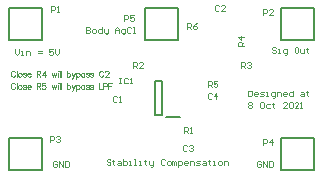
<source format=gto>
G04*
G04 #@! TF.GenerationSoftware,Altium Limited,Altium Designer,20.1.12 (249)*
G04*
G04 Layer_Color=65535*
%FSLAX44Y44*%
%MOMM*%
G71*
G04*
G04 #@! TF.SameCoordinates,1844C3CC-A0EC-40E1-9444-F8D5987F7045*
G04*
G04*
G04 #@! TF.FilePolarity,Positive*
G04*
G01*
G75*
%ADD10C,0.2000*%
%ADD11C,0.1000*%
D10*
X29200Y116550D02*
Y143450D01*
X800D02*
X29200D01*
X800Y116550D02*
Y143450D01*
Y116550D02*
X29200D01*
Y6550D02*
Y33450D01*
X800D02*
X29200D01*
X800Y6550D02*
Y33450D01*
Y6550D02*
X29200D01*
X259200D02*
Y33450D01*
X230800D02*
X259200D01*
X230800Y6550D02*
Y33450D01*
Y6550D02*
X259200D01*
Y116550D02*
Y143450D01*
X230800D02*
X259200D01*
X230800Y116550D02*
Y143450D01*
Y116550D02*
X259200D01*
X144200D02*
Y143450D01*
X115800D02*
X144200D01*
X115800Y116550D02*
Y143450D01*
Y116550D02*
X144200D01*
X124500Y53000D02*
X130500D01*
X124500D02*
Y82000D01*
X130500D01*
Y53000D02*
Y82000D01*
X134000Y51500D02*
X146000D01*
D11*
X203500Y73562D02*
Y68564D01*
X205999D01*
X206832Y69397D01*
Y72730D01*
X205999Y73562D01*
X203500D01*
X210998Y68564D02*
X209331D01*
X208498Y69397D01*
Y71063D01*
X209331Y71896D01*
X210998D01*
X211831Y71063D01*
Y70230D01*
X208498D01*
X213497Y68564D02*
X215996D01*
X216829Y69397D01*
X215996Y70230D01*
X214330D01*
X213497Y71063D01*
X214330Y71896D01*
X216829D01*
X218495Y68564D02*
X220161D01*
X219328D01*
Y71896D01*
X218495D01*
X224326Y66898D02*
X225160D01*
X225993Y67731D01*
Y71896D01*
X223493D01*
X222660Y71063D01*
Y69397D01*
X223493Y68564D01*
X225993D01*
X227659D02*
Y71896D01*
X230158D01*
X230991Y71063D01*
Y68564D01*
X235156D02*
X233490D01*
X232657Y69397D01*
Y71063D01*
X233490Y71896D01*
X235156D01*
X235989Y71063D01*
Y70230D01*
X232657D01*
X240988Y73562D02*
Y68564D01*
X238489D01*
X237656Y69397D01*
Y71063D01*
X238489Y71896D01*
X240988D01*
X248485D02*
X250151D01*
X250984Y71063D01*
Y68564D01*
X248485D01*
X247652Y69397D01*
X248485Y70230D01*
X250984D01*
X253484Y72730D02*
Y71896D01*
X252651D01*
X254317D01*
X253484D01*
Y69397D01*
X254317Y68564D01*
X203500Y62665D02*
X204333Y63498D01*
X205999D01*
X206832Y62665D01*
Y61832D01*
X205999Y60999D01*
X206832Y60166D01*
Y59333D01*
X205999Y58500D01*
X204333D01*
X203500Y59333D01*
Y60166D01*
X204333Y60999D01*
X203500Y61832D01*
Y62665D01*
X204333Y60999D02*
X205999D01*
X215996Y63498D02*
X214330D01*
X213497Y62665D01*
Y59333D01*
X214330Y58500D01*
X215996D01*
X216829Y59333D01*
Y62665D01*
X215996Y63498D01*
X221827Y61832D02*
X219328D01*
X218495Y60999D01*
Y59333D01*
X219328Y58500D01*
X221827D01*
X224326Y62665D02*
Y61832D01*
X223493D01*
X225160D01*
X224326D01*
Y59333D01*
X225160Y58500D01*
X235989D02*
X232657D01*
X235989Y61832D01*
Y62665D01*
X235156Y63498D01*
X233490D01*
X232657Y62665D01*
X237656D02*
X238489Y63498D01*
X240155D01*
X240988Y62665D01*
Y59333D01*
X240155Y58500D01*
X238489D01*
X237656Y59333D01*
Y62665D01*
X245986Y58500D02*
X242654D01*
X245986Y61832D01*
Y62665D01*
X245153Y63498D01*
X243487D01*
X242654Y62665D01*
X247652Y58500D02*
X249318D01*
X248485D01*
Y63498D01*
X247652Y62665D01*
X6071Y89028D02*
X5833Y89504D01*
X5357Y89980D01*
X4880Y90218D01*
X3928D01*
X3452Y89980D01*
X2976Y89504D01*
X2738Y89028D01*
X2500Y88314D01*
Y87124D01*
X2738Y86410D01*
X2976Y85934D01*
X3452Y85457D01*
X3928Y85219D01*
X4880D01*
X5357Y85457D01*
X5833Y85934D01*
X6071Y86410D01*
X7475Y90218D02*
Y85219D01*
X9713Y88552D02*
X9237Y88314D01*
X8761Y87838D01*
X8522Y87124D01*
Y86648D01*
X8761Y85934D01*
X9237Y85457D01*
X9713Y85219D01*
X10427D01*
X10903Y85457D01*
X11379Y85934D01*
X11617Y86648D01*
Y87124D01*
X11379Y87838D01*
X10903Y88314D01*
X10427Y88552D01*
X9713D01*
X15331Y87838D02*
X15093Y88314D01*
X14378Y88552D01*
X13664D01*
X12950Y88314D01*
X12712Y87838D01*
X12950Y87362D01*
X13426Y87124D01*
X14616Y86886D01*
X15093Y86648D01*
X15331Y86172D01*
Y85934D01*
X15093Y85457D01*
X14378Y85219D01*
X13664D01*
X12950Y85457D01*
X12712Y85934D01*
X16378Y87124D02*
X19234D01*
Y87600D01*
X18996Y88076D01*
X18758Y88314D01*
X18282Y88552D01*
X17568D01*
X17092Y88314D01*
X16616Y87838D01*
X16378Y87124D01*
Y86648D01*
X16616Y85934D01*
X17092Y85457D01*
X17568Y85219D01*
X18282D01*
X18758Y85457D01*
X19234Y85934D01*
X24233Y90218D02*
Y85219D01*
Y90218D02*
X26376D01*
X27090Y89980D01*
X27328Y89742D01*
X27566Y89266D01*
Y88790D01*
X27328Y88314D01*
X27090Y88076D01*
X26376Y87838D01*
X24233D01*
X25900D02*
X27566Y85219D01*
X31065Y90218D02*
X28685Y86886D01*
X32255D01*
X31065Y90218D02*
Y85219D01*
X37064Y88552D02*
X38016Y85219D01*
X38968Y88552D02*
X38016Y85219D01*
X38968Y88552D02*
X39920Y85219D01*
X40873Y88552D02*
X39920Y85219D01*
X42515Y90218D02*
X42753Y89980D01*
X42991Y90218D01*
X42753Y90456D01*
X42515Y90218D01*
X42753Y88552D02*
Y85219D01*
X43872Y90218D02*
Y85219D01*
X44920Y90218D02*
Y85219D01*
X49895Y90218D02*
Y85219D01*
Y87838D02*
X50371Y88314D01*
X50847Y88552D01*
X51561D01*
X52037Y88314D01*
X52513Y87838D01*
X52751Y87124D01*
Y86648D01*
X52513Y85934D01*
X52037Y85457D01*
X51561Y85219D01*
X50847D01*
X50371Y85457D01*
X49895Y85934D01*
X54060Y88552D02*
X55489Y85219D01*
X56917Y88552D02*
X55489Y85219D01*
X55012Y84267D01*
X54536Y83791D01*
X54060Y83553D01*
X53822D01*
X57750Y88552D02*
Y83553D01*
Y87838D02*
X58226Y88314D01*
X58702Y88552D01*
X59416D01*
X59892Y88314D01*
X60368Y87838D01*
X60607Y87124D01*
Y86648D01*
X60368Y85934D01*
X59892Y85457D01*
X59416Y85219D01*
X58702D01*
X58226Y85457D01*
X57750Y85934D01*
X64534Y88552D02*
Y85219D01*
Y87838D02*
X64058Y88314D01*
X63582Y88552D01*
X62868D01*
X62392Y88314D01*
X61916Y87838D01*
X61678Y87124D01*
Y86648D01*
X61916Y85934D01*
X62392Y85457D01*
X62868Y85219D01*
X63582D01*
X64058Y85457D01*
X64534Y85934D01*
X68486Y87838D02*
X68248Y88314D01*
X67534Y88552D01*
X66820D01*
X66105Y88314D01*
X65867Y87838D01*
X66105Y87362D01*
X66582Y87124D01*
X67772Y86886D01*
X68248Y86648D01*
X68486Y86172D01*
Y85934D01*
X68248Y85457D01*
X67534Y85219D01*
X66820D01*
X66105Y85457D01*
X65867Y85934D01*
X72152Y87838D02*
X71914Y88314D01*
X71200Y88552D01*
X70485D01*
X69771Y88314D01*
X69533Y87838D01*
X69771Y87362D01*
X70247Y87124D01*
X71438Y86886D01*
X71914Y86648D01*
X72152Y86172D01*
Y85934D01*
X71914Y85457D01*
X71200Y85219D01*
X70485D01*
X69771Y85457D01*
X69533Y85934D01*
X80697Y89028D02*
X80459Y89504D01*
X79983Y89980D01*
X79507Y90218D01*
X78555D01*
X78079Y89980D01*
X77603Y89504D01*
X77365Y89028D01*
X77127Y88314D01*
Y87124D01*
X77365Y86410D01*
X77603Y85934D01*
X78079Y85457D01*
X78555Y85219D01*
X79507D01*
X79983Y85457D01*
X80459Y85934D01*
X80697Y86410D01*
X82340Y89028D02*
Y89266D01*
X82578Y89742D01*
X82816Y89980D01*
X83292Y90218D01*
X84244D01*
X84720Y89980D01*
X84958Y89742D01*
X85197Y89266D01*
Y88790D01*
X84958Y88314D01*
X84482Y87600D01*
X82102Y85219D01*
X85435D01*
X6071Y78725D02*
X5833Y79201D01*
X5357Y79677D01*
X4880Y79915D01*
X3928D01*
X3452Y79677D01*
X2976Y79201D01*
X2738Y78725D01*
X2500Y78011D01*
Y76821D01*
X2738Y76107D01*
X2976Y75630D01*
X3452Y75154D01*
X3928Y74916D01*
X4880D01*
X5357Y75154D01*
X5833Y75630D01*
X6071Y76107D01*
X7475Y79915D02*
Y74916D01*
X9713Y78249D02*
X9237Y78011D01*
X8761Y77535D01*
X8522Y76821D01*
Y76345D01*
X8761Y75630D01*
X9237Y75154D01*
X9713Y74916D01*
X10427D01*
X10903Y75154D01*
X11379Y75630D01*
X11617Y76345D01*
Y76821D01*
X11379Y77535D01*
X10903Y78011D01*
X10427Y78249D01*
X9713D01*
X15331Y77535D02*
X15093Y78011D01*
X14378Y78249D01*
X13664D01*
X12950Y78011D01*
X12712Y77535D01*
X12950Y77059D01*
X13426Y76821D01*
X14616Y76583D01*
X15093Y76345D01*
X15331Y75869D01*
Y75630D01*
X15093Y75154D01*
X14378Y74916D01*
X13664D01*
X12950Y75154D01*
X12712Y75630D01*
X16378Y76821D02*
X19234D01*
Y77297D01*
X18996Y77773D01*
X18758Y78011D01*
X18282Y78249D01*
X17568D01*
X17092Y78011D01*
X16616Y77535D01*
X16378Y76821D01*
Y76345D01*
X16616Y75630D01*
X17092Y75154D01*
X17568Y74916D01*
X18282D01*
X18758Y75154D01*
X19234Y75630D01*
X24233Y79915D02*
Y74916D01*
Y79915D02*
X26376D01*
X27090Y79677D01*
X27328Y79439D01*
X27566Y78963D01*
Y78487D01*
X27328Y78011D01*
X27090Y77773D01*
X26376Y77535D01*
X24233D01*
X25900D02*
X27566Y74916D01*
X31541Y79915D02*
X29161D01*
X28923Y77773D01*
X29161Y78011D01*
X29875Y78249D01*
X30589D01*
X31303Y78011D01*
X31779Y77535D01*
X32018Y76821D01*
Y76345D01*
X31779Y75630D01*
X31303Y75154D01*
X30589Y74916D01*
X29875D01*
X29161Y75154D01*
X28923Y75392D01*
X28685Y75869D01*
X37064Y78249D02*
X38016Y74916D01*
X38968Y78249D02*
X38016Y74916D01*
X38968Y78249D02*
X39920Y74916D01*
X40873Y78249D02*
X39920Y74916D01*
X42515Y79915D02*
X42753Y79677D01*
X42991Y79915D01*
X42753Y80153D01*
X42515Y79915D01*
X42753Y78249D02*
Y74916D01*
X43872Y79915D02*
Y74916D01*
X44920Y79915D02*
Y74916D01*
X49895Y79915D02*
Y74916D01*
Y77535D02*
X50371Y78011D01*
X50847Y78249D01*
X51561D01*
X52037Y78011D01*
X52513Y77535D01*
X52751Y76821D01*
Y76345D01*
X52513Y75630D01*
X52037Y75154D01*
X51561Y74916D01*
X50847D01*
X50371Y75154D01*
X49895Y75630D01*
X54060Y78249D02*
X55489Y74916D01*
X56917Y78249D02*
X55489Y74916D01*
X55012Y73964D01*
X54536Y73488D01*
X54060Y73250D01*
X53822D01*
X57750Y78249D02*
Y73250D01*
Y77535D02*
X58226Y78011D01*
X58702Y78249D01*
X59416D01*
X59892Y78011D01*
X60368Y77535D01*
X60607Y76821D01*
Y76345D01*
X60368Y75630D01*
X59892Y75154D01*
X59416Y74916D01*
X58702D01*
X58226Y75154D01*
X57750Y75630D01*
X64534Y78249D02*
Y74916D01*
Y77535D02*
X64058Y78011D01*
X63582Y78249D01*
X62868D01*
X62392Y78011D01*
X61916Y77535D01*
X61678Y76821D01*
Y76345D01*
X61916Y75630D01*
X62392Y75154D01*
X62868Y74916D01*
X63582D01*
X64058Y75154D01*
X64534Y75630D01*
X68486Y77535D02*
X68248Y78011D01*
X67534Y78249D01*
X66820D01*
X66105Y78011D01*
X65867Y77535D01*
X66105Y77059D01*
X66582Y76821D01*
X67772Y76583D01*
X68248Y76345D01*
X68486Y75869D01*
Y75630D01*
X68248Y75154D01*
X67534Y74916D01*
X66820D01*
X66105Y75154D01*
X65867Y75630D01*
X72152Y77535D02*
X71914Y78011D01*
X71200Y78249D01*
X70485D01*
X69771Y78011D01*
X69533Y77535D01*
X69771Y77059D01*
X70247Y76821D01*
X71438Y76583D01*
X71914Y76345D01*
X72152Y75869D01*
Y75630D01*
X71914Y75154D01*
X71200Y74916D01*
X70485D01*
X69771Y75154D01*
X69533Y75630D01*
X77127Y79915D02*
Y74916D01*
X79983D01*
X80531Y77297D02*
X82673D01*
X83387Y77535D01*
X83625Y77773D01*
X83863Y78249D01*
Y78963D01*
X83625Y79439D01*
X83387Y79677D01*
X82673Y79915D01*
X80531D01*
Y74916D01*
X84982Y79915D02*
Y74916D01*
Y79915D02*
X88077D01*
X84982Y77535D02*
X86887D01*
X86832Y14331D02*
X85999Y15165D01*
X84333D01*
X83500Y14331D01*
Y13498D01*
X84333Y12665D01*
X85999D01*
X86832Y11832D01*
Y10999D01*
X85999Y10166D01*
X84333D01*
X83500Y10999D01*
X89331Y14331D02*
Y13498D01*
X88498D01*
X90164D01*
X89331D01*
Y10999D01*
X90164Y10166D01*
X93497Y13498D02*
X95163D01*
X95996Y12665D01*
Y10166D01*
X93497D01*
X92664Y10999D01*
X93497Y11832D01*
X95996D01*
X97662Y15165D02*
Y10166D01*
X100161D01*
X100994Y10999D01*
Y11832D01*
Y12665D01*
X100161Y13498D01*
X97662D01*
X102660Y10166D02*
X104326D01*
X103493D01*
Y13498D01*
X102660D01*
X106826Y10166D02*
X108492D01*
X107659D01*
Y15165D01*
X106826D01*
X110991Y10166D02*
X112657D01*
X111824D01*
Y13498D01*
X110991D01*
X115989Y14331D02*
Y13498D01*
X115156D01*
X116823D01*
X115989D01*
Y10999D01*
X116823Y10166D01*
X119322Y13498D02*
Y10999D01*
X120155Y10166D01*
X122654D01*
Y9333D01*
X121821Y8500D01*
X120988D01*
X122654Y10166D02*
Y13498D01*
X132651Y14331D02*
X131818Y15165D01*
X130152D01*
X129318Y14331D01*
Y10999D01*
X130152Y10166D01*
X131818D01*
X132651Y10999D01*
X135150Y10166D02*
X136816D01*
X137649Y10999D01*
Y12665D01*
X136816Y13498D01*
X135150D01*
X134317Y12665D01*
Y10999D01*
X135150Y10166D01*
X139315D02*
Y13498D01*
X140148D01*
X140981Y12665D01*
Y10166D01*
Y12665D01*
X141814Y13498D01*
X142647Y12665D01*
Y10166D01*
X144313Y8500D02*
Y13498D01*
X146813D01*
X147646Y12665D01*
Y10999D01*
X146813Y10166D01*
X144313D01*
X151811D02*
X150145D01*
X149312Y10999D01*
Y12665D01*
X150145Y13498D01*
X151811D01*
X152644Y12665D01*
Y11832D01*
X149312D01*
X154310Y10166D02*
Y13498D01*
X156809D01*
X157642Y12665D01*
Y10166D01*
X159309D02*
X161808D01*
X162641Y10999D01*
X161808Y11832D01*
X160142D01*
X159309Y12665D01*
X160142Y13498D01*
X162641D01*
X165140D02*
X166806D01*
X167639Y12665D01*
Y10166D01*
X165140D01*
X164307Y10999D01*
X165140Y11832D01*
X167639D01*
X170138Y14331D02*
Y13498D01*
X169305D01*
X170971D01*
X170138D01*
Y10999D01*
X170971Y10166D01*
X173471D02*
X175137D01*
X174304D01*
Y13498D01*
X173471D01*
X178469Y10166D02*
X180135D01*
X180968Y10999D01*
Y12665D01*
X180135Y13498D01*
X178469D01*
X177636Y12665D01*
Y10999D01*
X178469Y10166D01*
X182634D02*
Y13498D01*
X185133D01*
X185967Y12665D01*
Y10166D01*
X6000Y108498D02*
Y105166D01*
X7666Y103500D01*
X9332Y105166D01*
Y108498D01*
X10998Y103500D02*
X12665D01*
X11831D01*
Y106832D01*
X10998D01*
X15164Y103500D02*
Y106832D01*
X17663D01*
X18496Y105999D01*
Y103500D01*
X25160Y105166D02*
X28493D01*
X25160Y106832D02*
X28493D01*
X38489Y108498D02*
X35157D01*
Y105999D01*
X36823Y106832D01*
X37656D01*
X38489Y105999D01*
Y104333D01*
X37656Y103500D01*
X35990D01*
X35157Y104333D01*
X40156Y108498D02*
Y105166D01*
X41822Y103500D01*
X43488Y105166D01*
Y108498D01*
X41832Y12665D02*
X40999Y13498D01*
X39333D01*
X38500Y12665D01*
Y9333D01*
X39333Y8500D01*
X40999D01*
X41832Y9333D01*
Y10999D01*
X40166D01*
X43498Y8500D02*
Y13498D01*
X46831Y8500D01*
Y13498D01*
X48497D02*
Y8500D01*
X50996D01*
X51829Y9333D01*
Y12665D01*
X50996Y13498D01*
X48497D01*
X214332Y12665D02*
X213499Y13498D01*
X211833D01*
X211000Y12665D01*
Y9333D01*
X211833Y8500D01*
X213499D01*
X214332Y9333D01*
Y10999D01*
X212666D01*
X215998Y8500D02*
Y13498D01*
X219331Y8500D01*
Y13498D01*
X220997D02*
Y8500D01*
X223496D01*
X224329Y9333D01*
Y12665D01*
X223496Y13498D01*
X220997D01*
X226832Y109331D02*
X225999Y110164D01*
X224333D01*
X223500Y109331D01*
Y108498D01*
X224333Y107665D01*
X225999D01*
X226832Y106832D01*
Y105999D01*
X225999Y105166D01*
X224333D01*
X223500Y105999D01*
X228498Y105166D02*
X230165D01*
X229331D01*
Y108498D01*
X228498D01*
X234330Y103500D02*
X235163D01*
X235996Y104333D01*
Y108498D01*
X233497D01*
X232664Y107665D01*
Y105999D01*
X233497Y105166D01*
X235996D01*
X245160Y110164D02*
X243493D01*
X242660Y109331D01*
Y105999D01*
X243493Y105166D01*
X245160D01*
X245993Y105999D01*
Y109331D01*
X245160Y110164D01*
X247659Y108498D02*
Y105999D01*
X248492Y105166D01*
X250991D01*
Y108498D01*
X253490Y109331D02*
Y108498D01*
X252657D01*
X254323D01*
X253490D01*
Y105999D01*
X254323Y105166D01*
X66000Y127664D02*
Y122666D01*
X68499D01*
X69332Y123499D01*
Y124332D01*
X68499Y125165D01*
X66000D01*
X68499D01*
X69332Y125998D01*
Y126831D01*
X68499Y127664D01*
X66000D01*
X71831Y122666D02*
X73498D01*
X74331Y123499D01*
Y125165D01*
X73498Y125998D01*
X71831D01*
X70998Y125165D01*
Y123499D01*
X71831Y122666D01*
X79329Y127664D02*
Y122666D01*
X76830D01*
X75997Y123499D01*
Y125165D01*
X76830Y125998D01*
X79329D01*
X80995D02*
Y123499D01*
X81828Y122666D01*
X84327D01*
Y121833D01*
X83494Y121000D01*
X82661D01*
X84327Y122666D02*
Y125998D01*
X90992Y122666D02*
Y125998D01*
X92658Y127664D01*
X94324Y125998D01*
Y122666D01*
Y125165D01*
X90992D01*
X97656Y121000D02*
X98489D01*
X99322Y121833D01*
Y125998D01*
X96823D01*
X95990Y125165D01*
Y123499D01*
X96823Y122666D01*
X99322D01*
X104321Y126831D02*
X103488Y127664D01*
X101822D01*
X100989Y126831D01*
Y123499D01*
X101822Y122666D01*
X103488D01*
X104321Y123499D01*
X105987Y122666D02*
X107653D01*
X106820D01*
Y127664D01*
X105987D01*
X151585Y126001D02*
Y130999D01*
X154084D01*
X154917Y130166D01*
Y128500D01*
X154084Y127667D01*
X151585D01*
X153251D02*
X154917Y126001D01*
X159915Y130999D02*
X158249Y130166D01*
X156583Y128500D01*
Y126834D01*
X157416Y126001D01*
X159082D01*
X159915Y126834D01*
Y127667D01*
X159082Y128500D01*
X156583D01*
X169085Y76251D02*
Y81249D01*
X171584D01*
X172417Y80416D01*
Y78750D01*
X171584Y77917D01*
X169085D01*
X170751D02*
X172417Y76251D01*
X177415Y81249D02*
X174083D01*
Y78750D01*
X175749Y79583D01*
X176582D01*
X177415Y78750D01*
Y77084D01*
X176582Y76251D01*
X174916D01*
X174083Y77084D01*
X172417Y70666D02*
X171584Y71499D01*
X169918D01*
X169085Y70666D01*
Y67334D01*
X169918Y66501D01*
X171584D01*
X172417Y67334D01*
X176582Y66501D02*
Y71499D01*
X174083Y69000D01*
X177415D01*
X199499Y111335D02*
X194501D01*
Y113834D01*
X195334Y114667D01*
X197000D01*
X197833Y113834D01*
Y111335D01*
Y113001D02*
X199499Y114667D01*
Y118832D02*
X194501D01*
X197000Y116333D01*
Y119665D01*
X197085Y92751D02*
Y97749D01*
X199584D01*
X200417Y96916D01*
Y95250D01*
X199584Y94417D01*
X197085D01*
X198751D02*
X200417Y92751D01*
X202083Y96916D02*
X202916Y97749D01*
X204582D01*
X205415Y96916D01*
Y96083D01*
X204582Y95250D01*
X203749D01*
X204582D01*
X205415Y94417D01*
Y93584D01*
X204582Y92751D01*
X202916D01*
X202083Y93584D01*
X105835Y92501D02*
Y97499D01*
X108334D01*
X109167Y96666D01*
Y95000D01*
X108334Y94167D01*
X105835D01*
X107501D02*
X109167Y92501D01*
X114165D02*
X110833D01*
X114165Y95833D01*
Y96666D01*
X113332Y97499D01*
X111666D01*
X110833Y96666D01*
X149168Y37501D02*
Y42499D01*
X151667D01*
X152500Y41666D01*
Y40000D01*
X151667Y39167D01*
X149168D01*
X150834D02*
X152500Y37501D01*
X154166D02*
X155832D01*
X154999D01*
Y42499D01*
X154166Y41666D01*
X98335Y132501D02*
Y137499D01*
X100834D01*
X101667Y136666D01*
Y135000D01*
X100834Y134167D01*
X98335D01*
X106665Y137499D02*
X103333D01*
Y135000D01*
X104999Y135833D01*
X105832D01*
X106665Y135000D01*
Y133334D01*
X105832Y132501D01*
X104166D01*
X103333Y133334D01*
X215835Y27501D02*
Y32499D01*
X218334D01*
X219167Y31666D01*
Y30000D01*
X218334Y29167D01*
X215835D01*
X223332Y27501D02*
Y32499D01*
X220833Y30000D01*
X224165D01*
X35835Y30001D02*
Y34999D01*
X38334D01*
X39167Y34166D01*
Y32500D01*
X38334Y31667D01*
X35835D01*
X40833Y34166D02*
X41666Y34999D01*
X43332D01*
X44165Y34166D01*
Y33333D01*
X43332Y32500D01*
X42499D01*
X43332D01*
X44165Y31667D01*
Y30834D01*
X43332Y30001D01*
X41666D01*
X40833Y30834D01*
X215835Y137501D02*
Y142499D01*
X218334D01*
X219167Y141666D01*
Y140000D01*
X218334Y139167D01*
X215835D01*
X224165Y137501D02*
X220833D01*
X224165Y140833D01*
Y141666D01*
X223332Y142499D01*
X221666D01*
X220833Y141666D01*
X36668Y140001D02*
Y144999D01*
X39167D01*
X40000Y144166D01*
Y142500D01*
X39167Y141667D01*
X36668D01*
X41666Y140001D02*
X43332D01*
X42499D01*
Y144999D01*
X41666Y144166D01*
X94085Y84499D02*
X95751D01*
X94918D01*
Y79501D01*
X94085D01*
X95751D01*
X101583Y83666D02*
X100750Y84499D01*
X99083D01*
X98250Y83666D01*
Y80334D01*
X99083Y79501D01*
X100750D01*
X101583Y80334D01*
X103249Y79501D02*
X104915D01*
X104082D01*
Y84499D01*
X103249Y83666D01*
X151667Y26666D02*
X150834Y27499D01*
X149168D01*
X148335Y26666D01*
Y23334D01*
X149168Y22501D01*
X150834D01*
X151667Y23334D01*
X153333Y26666D02*
X154166Y27499D01*
X155832D01*
X156665Y26666D01*
Y25833D01*
X155832Y25000D01*
X154999D01*
X155832D01*
X156665Y24167D01*
Y23334D01*
X155832Y22501D01*
X154166D01*
X153333Y23334D01*
X178409Y145201D02*
X177576Y146034D01*
X175910D01*
X175077Y145201D01*
Y141869D01*
X175910Y141036D01*
X177576D01*
X178409Y141869D01*
X183408Y141036D02*
X180076D01*
X183408Y144368D01*
Y145201D01*
X182575Y146034D01*
X180909D01*
X180076Y145201D01*
X92000Y67666D02*
X91167Y68499D01*
X89501D01*
X88668Y67666D01*
Y64334D01*
X89501Y63501D01*
X91167D01*
X92000Y64334D01*
X93666Y63501D02*
X95332D01*
X94499D01*
Y68499D01*
X93666Y67666D01*
M02*

</source>
